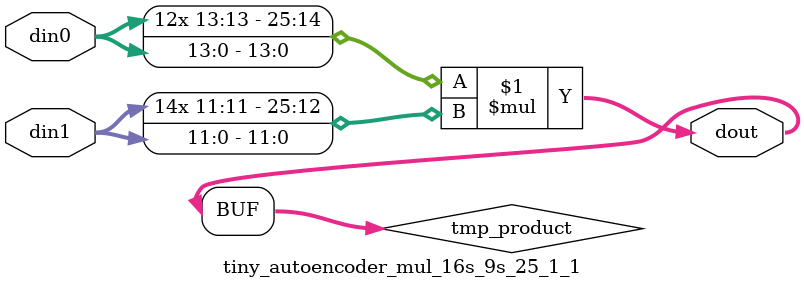
<source format=v>

`timescale 1 ns / 1 ps

 (* use_dsp = "no" *)  module tiny_autoencoder_mul_16s_9s_25_1_1(din0, din1, dout);
parameter ID = 1;
parameter NUM_STAGE = 0;
parameter din0_WIDTH = 14;
parameter din1_WIDTH = 12;
parameter dout_WIDTH = 26;

input [din0_WIDTH - 1 : 0] din0; 
input [din1_WIDTH - 1 : 0] din1; 
output [dout_WIDTH - 1 : 0] dout;

wire signed [dout_WIDTH - 1 : 0] tmp_product;



























assign tmp_product = $signed(din0) * $signed(din1);








assign dout = tmp_product;





















endmodule

</source>
